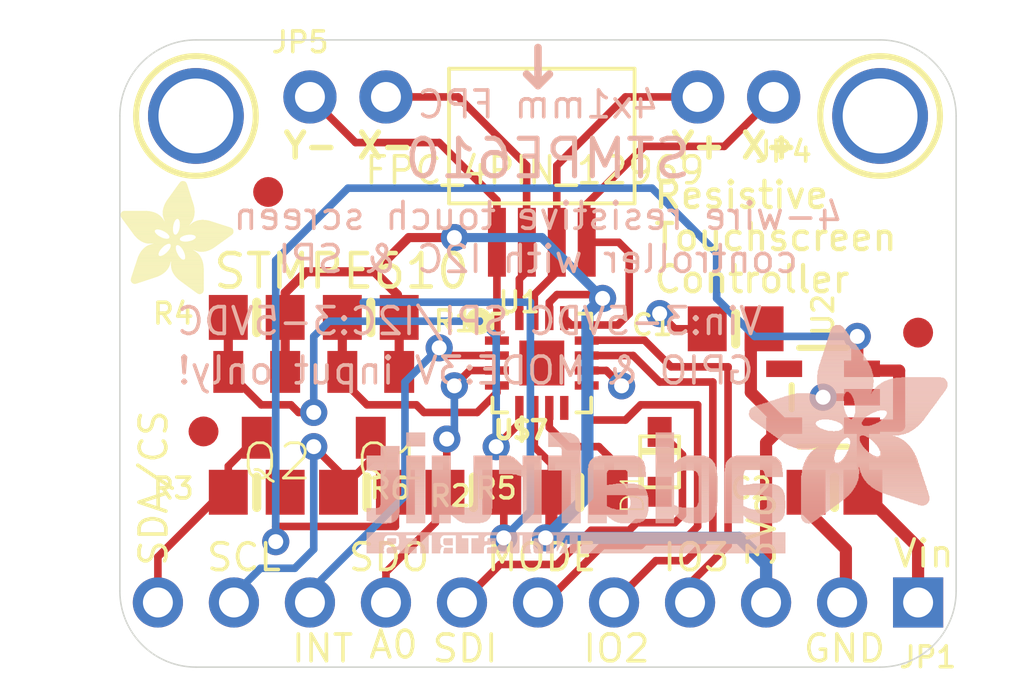
<source format=kicad_pcb>
(kicad_pcb (version 20211014) (generator pcbnew)
  (layers (0 "F.Cu" signal) (31 "B.Cu" signal) (34 "B.Paste" user) (35 "F.Paste" user) (36 "B.SilkS" user "B.Silkscreen") (37 "F.SilkS" user "F.Silkscreen") (38 "B.Mask" user) (39 "F.Mask" user) (44 "Edge.Cuts" user))
  (net 0 "")
  (net 1 "GND")
  (net 2 "A0")
  (net 3 "INT")
  (net 4 "GPIO2")
  (net 5 "GPIO3")
  (net 6 "Y+")
  (net 7 "Y-")
  (net 8 "X+")
  (net 9 "X-")
  (net 10 "SDA_3V")
  (net 11 "SCL_3V")
  (net 12 "SDA_5V")
  (net 13 "SCL_5V")
  (net 14 "+3V3")
  (net 15 "+5V")
  (net 16 "MOSI_3V")
  (net 17 "MOSI_5V")
  (net 18 "MODE")
  (footprint "boardEagle:FPC_CONN_1MM_DUAL_4P" (layer "F.Cu") (at 148.6281 99.9871 180)
    (fp_text reference "U$7" (at 1.686 -7.573) (layer "F.SilkS") (effects (font (size 0.602488 0.602488) (thickness 0.210312)) (justify left)))
    (fp_text value "FPC_4PIN_12969" (at 5.983 1.101) (layer "F.SilkS") (effects (font (size 0.89916 0.89916) (thickness 0.11684)) (justify left)))
    (pad "1" smd rect (at -1.5 -1.3 270) (size 2.3 0.6) (layers "F.Cu" "F.Paste" "F.Mask") (net 8 "X+"))
    (pad "2" smd rect (at -0.5 -1.3 270) (size 2.3 0.6) (layers "F.Cu" "F.Paste" "F.Mask") (net 6 "Y+"))
    (pad "3" smd rect (at 0.5 -1.3 270) (size 2.3 0.6) (layers "F.Cu" "F.Paste" "F.Mask") (net 9 "X-"))
    (pad "4" smd rect (at 1.5 -1.3 270) (size 2.3 0.6) (layers "F.Cu" "F.Paste" "F.Mask") (net 7 "Y-"))
  )
  (footprint "boardEagle:SOT23-5" (layer "F.Cu") (at 158.0261 106.4641 90)
    (fp_text reference "U2" (at 1.978 0 90) (layer "F.SilkS") (effects (font (size 0.692831 0.692831) (thickness 0.119969)) (justify left)))
    (fp_text value "MIC5225-3.3")
    (pad "1" smd rect (at -0.95 1.3001 90) (size 0.55 1.2) (layers "F.Cu" "F.Paste" "F.Mask") (net 15 "+5V"))
    (pad "2" smd rect (at 0 1.3001 90) (size 0.55 1.2) (layers "F.Cu" "F.Paste" "F.Mask") (net 1 "GND"))
    (pad "3" smd rect (at 0.95 1.3001 90) (size 0.55 1.2) (layers "F.Cu" "F.Paste" "F.Mask") (net 15 "+5V"))
    (pad "4" smd rect (at 0.95 -1.3001 90) (size 0.55 1.2) (layers "F.Cu" "F.Paste" "F.Mask"))
    (pad "5" smd rect (at -0.95 -1.3001 90) (size 0.55 1.2) (layers "F.Cu" "F.Paste" "F.Mask") (net 14 "+3V3"))
  )
  (footprint "boardEagle:0805-NO" (layer "F.Cu") (at 155.1051 104.1781 180)
    (fp_text reference "C1" (at 2.032 0.127) (layer "F.SilkS") (effects (font (size 0.692831 0.692831) (thickness 0.119969)) (justify right)))
    (fp_text value "0.1uF")
    (pad "1" smd rect (at -0.95 0 180) (size 1.3 1.5) (layers "F.Cu" "F.Paste" "F.Mask") (net 14 "+3V3"))
    (pad "2" smd rect (at 0.95 0 180) (size 1.3 1.5) (layers "F.Cu" "F.Paste" "F.Mask") (net 1 "GND"))
  )
  (footprint "boardEagle:1X02_ROUND" (layer "F.Cu") (at 155.1051 96.4311 180)
    (fp_text reference "JP4" (at -2.6162 -1.8288) (layer "F.SilkS") (effects (font (size 0.692831 0.692831) (thickness 0.119969)) (justify right)))
    (fp_text value "")
    (pad "1" thru_hole circle (at -1.27 0 270) (size 1.778 1.778) (drill 1) (layers *.Cu *.Mask) (net 8 "X+"))
    (pad "2" thru_hole circle (at 1.27 0 270) (size 1.778 1.778) (drill 1) (layers *.Cu *.Mask) (net 6 "Y+"))
  )
  (footprint "boardEagle:0805-NO" (layer "F.Cu") (at 139.1031 103.7971 180)
    (fp_text reference "R4" (at 2.032 0.127) (layer "F.SilkS") (effects (font (size 0.692831 0.692831) (thickness 0.119969)) (justify right)))
    (fp_text value "10K")
    (pad "1" smd rect (at -0.95 0 180) (size 1.3 1.5) (layers "F.Cu" "F.Paste" "F.Mask") (net 14 "+3V3"))
    (pad "2" smd rect (at 0.95 0 180) (size 1.3 1.5) (layers "F.Cu" "F.Paste" "F.Mask") (net 10 "SDA_3V"))
  )
  (footprint "boardEagle:0805-NO" (layer "F.Cu") (at 142.7861 109.6391)
    (fp_text reference "R2" (at 2.032 0.127) (layer "F.SilkS") (effects (font (size 0.692831 0.692831) (thickness 0.119969)) (justify left)))
    (fp_text value "10K")
    (pad "1" smd rect (at -0.95 0) (size 1.3 1.5) (layers "F.Cu" "F.Paste" "F.Mask") (net 13 "SCL_5V"))
    (pad "2" smd rect (at 0.95 0) (size 1.3 1.5) (layers "F.Cu" "F.Paste" "F.Mask") (net 15 "+5V"))
  )
  (footprint "boardEagle:FIDUCIAL_1MM" (layer "F.Cu") (at 137.3251 107.6071)
    (fp_text reference "FID3" hide)
    (fp_text value "FIDUCIAL\"\"" hide)
    (pad "1" smd roundrect (at 0 0) (size 1 1) (layers "F.Cu" "F.Mask") (roundrect_rratio 0.5))
  )
  (footprint "boardEagle:0805-NO" (layer "F.Cu") (at 146.3421 109.6391 180)
    (fp_text reference "R6" (at 2.032 0.127) (layer "F.SilkS") (effects (font (size 0.692831 0.692831) (thickness 0.119969)) (justify right)))
    (fp_text value "10K")
    (pad "1" smd rect (at -0.95 0 180) (size 1.3 1.5) (layers "F.Cu" "F.Paste" "F.Mask") (net 1 "GND"))
    (pad "2" smd rect (at 0.95 0 180) (size 1.3 1.5) (layers "F.Cu" "F.Paste" "F.Mask") (net 2 "A0"))
  )
  (footprint "boardEagle:MOUNTINGHOLE_2.5_PLATED" (layer "F.Cu") (at 137.0711 97.0661)
    (fp_text reference "U$4" hide)
    (fp_text value "MOUNTINGHOLE2.5" hide)
    (pad "P$1" thru_hole circle (at 0 0) (size 3.2 3.2) (drill 2.5) (layers *.Cu *.Mask))
  )
  (footprint "boardEagle:1X11_ROUND" (layer "F.Cu") (at 148.5011 113.3221 180)
    (fp_text reference "JP1" (at -14.0462 -1.8288) (layer "F.SilkS") (effects (font (size 0.692831 0.692831) (thickness 0.119969)) (justify right)))
    (fp_text value "")
    (pad "1" thru_hole rect (at -12.7 0 270) (size 1.6764 1.6764) (drill 1) (layers *.Cu *.Mask) (net 15 "+5V"))
    (pad "2" thru_hole circle (at -10.16 0 270) (size 1.6764 1.6764) (drill 1) (layers *.Cu *.Mask) (net 1 "GND"))
    (pad "3" thru_hole circle (at -7.62 0 270) (size 1.6764 1.6764) (drill 1) (layers *.Cu *.Mask) (net 14 "+3V3"))
    (pad "4" thru_hole circle (at -5.08 0 270) (size 1.6764 1.6764) (drill 1) (layers *.Cu *.Mask) (net 5 "GPIO3"))
    (pad "5" thru_hole circle (at -2.54 0 270) (size 1.6764 1.6764) (drill 1) (layers *.Cu *.Mask) (net 4 "GPIO2"))
    (pad "6" thru_hole circle (at 0 0 270) (size 1.6764 1.6764) (drill 1) (layers *.Cu *.Mask) (net 18 "MODE"))
    (pad "7" thru_hole circle (at 2.54 0 270) (size 1.6764 1.6764) (drill 1) (layers *.Cu *.Mask) (net 17 "MOSI_5V"))
    (pad "8" thru_hole circle (at 5.08 0 270) (size 1.6764 1.6764) (drill 1) (layers *.Cu *.Mask) (net 2 "A0"))
    (pad "9" thru_hole circle (at 7.62 0 270) (size 1.6764 1.6764) (drill 1) (layers *.Cu *.Mask) (net 3 "INT"))
    (pad "10" thru_hole circle (at 10.16 0 270) (size 1.6764 1.6764) (drill 1) (layers *.Cu *.Mask) (net 13 "SCL_5V"))
    (pad "11" thru_hole circle (at 12.7 0 270) (size 1.6764 1.6764) (drill 1) (layers *.Cu *.Mask) (net 12 "SDA_5V"))
  )
  (footprint "boardEagle:FIDUCIAL_1MM" (layer "F.Cu") (at 161.2011 104.3051)
    (fp_text reference "FID2" hide)
    (fp_text value "FIDUCIAL\"\"" hide)
    (pad "1" smd roundrect (at 0 0) (size 1 1) (layers "F.Cu" "F.Mask") (roundrect_rratio 0.5))
  )
  (footprint "boardEagle:QFN16_3MM" (layer "F.Cu") (at 148.6281 105.3211)
    (fp_text reference "U1" (at -1.524 -2.032) (layer "F.SilkS") (effects (font (size 0.692831 0.692831) (thickness 0.119969)) (justify left)))
    (fp_text value "STMPE610")
    (pad "P$1" smd rect (at -1.5 -0.75) (size 0.8 0.28) (layers "F.Cu" "F.Paste" "F.Mask") (net 7 "Y-"))
    (pad "P$2" smd rect (at -1.5 -0.25) (size 0.8 0.28) (layers "F.Cu" "F.Paste" "F.Mask") (net 3 "INT"))
    (pad "P$3" smd rect (at -1.5 0.25) (size 0.8 0.28) (layers "F.Cu" "F.Paste" "F.Mask") (net 2 "A0"))
    (pad "P$4" smd rect (at -1.5 0.75) (size 0.8 0.28) (layers "F.Cu" "F.Paste" "F.Mask") (net 11 "SCL_3V"))
    (pad "P$5" smd rect (at -0.75 1.5 90) (size 0.8 0.28) (layers "F.Cu" "F.Paste" "F.Mask") (net 10 "SDA_3V"))
    (pad "P$6" smd rect (at -0.25 1.5 90) (size 0.8 0.28) (layers "F.Cu" "F.Paste" "F.Mask") (net 14 "+3V3"))
    (pad "P$7" smd rect (at 0.25 1.5 90) (size 0.8 0.28) (layers "F.Cu" "F.Paste" "F.Mask") (net 16 "MOSI_3V"))
    (pad "P$8" smd rect (at 0.75 1.5 90) (size 0.8 0.28) (layers "F.Cu" "F.Paste" "F.Mask"))
    (pad "P$9" smd rect (at 1.5 0.75 180) (size 0.8 0.28) (layers "F.Cu" "F.Paste" "F.Mask") (net 18 "MODE"))
    (pad "P$10" smd rect (at 1.5 0.25 180) (size 0.8 0.28) (layers "F.Cu" "F.Paste" "F.Mask") (net 1 "GND"))
    (pad "P$11" smd rect (at 1.5 -0.25 180) (size 0.8 0.28) (layers "F.Cu" "F.Paste" "F.Mask") (net 4 "GPIO2"))
    (pad "P$12" smd rect (at 1.5 -0.75 180) (size 0.8 0.28) (layers "F.Cu" "F.Paste" "F.Mask") (net 5 "GPIO3"))
    (pad "P$13" smd rect (at 0.75 -1.5 270) (size 0.8 0.28) (layers "F.Cu" "F.Paste" "F.Mask") (net 8 "X+"))
    (pad "P$14" smd rect (at 0.25 -1.5 270) (size 0.8 0.28) (layers "F.Cu" "F.Paste" "F.Mask") (net 14 "+3V3"))
    (pad "P$15" smd rect (at -0.25 -1.5 270) (size 0.8 0.28) (layers "F.Cu" "F.Paste" "F.Mask") (net 6 "Y+"))
    (pad "P$16" smd rect (at -0.75 -1.5 270) (size 0.8 0.28) (layers "F.Cu" "F.Paste" "F.Mask") (net 9 "X-"))
    (pad "THERMAL" smd rect (at 0 0) (size 1.5 1.5) (layers "F.Cu" "F.Mask"))
  )
  (footprint "boardEagle:SOT23" (layer "F.Cu") (at 142.9131 106.7181 180)
    (fp_text reference "Q1" (at -1.905 -1.905) (layer "F.SilkS") (effects (font (size 1.176528 1.176528) (thickness 0.093472)) (justify right)))
    (fp_text value "BSS138")
    (pad "1" smd rect (at -0.95 1.1 180) (size 1 1.4) (layers "F.Cu" "F.Paste" "F.Mask") (net 14 "+3V3"))
    (pad "2" smd rect (at 0.95 1.1 180) (size 1 1.4) (layers "F.Cu" "F.Paste" "F.Mask") (net 11 "SCL_3V"))
    (pad "3" smd rect (at 0 -1.1 180) (size 1 1.4) (layers "F.Cu" "F.Paste" "F.Mask") (net 13 "SCL_5V"))
  )
  (footprint "boardEagle:ADAFRUIT_3.5MM" (layer "F.Cu") (at 134.5311 103.0351)
    (fp_text reference "U$8" hide)
    (fp_text value "" hide)
  )
  (footprint "boardEagle:SOD-323F" (layer "F.Cu") (at 152.5651 108.6231 90)
    (fp_text reference "D1" (at -1.8 -0.9 90) (layer "F.SilkS") (effects (font (size 0.752978 0.752978) (thickness 0.059822)) (justify left)))
    (fp_text value "1N4148")
    (pad "A" smd rect (at -1 0 90) (size 1 0.8) (layers "F.Cu" "F.Paste" "F.Mask") (net 16 "MOSI_3V"))
    (pad "C" smd rect (at 1 0 90) (size 1 0.8) (layers "F.Cu" "F.Paste" "F.Mask") (net 17 "MOSI_5V"))
  )
  (footprint "boardEagle:1X02_ROUND" (layer "F.Cu") (at 142.1511 96.4311)
    (fp_text reference "JP5" (at -2.6162 -1.8288) (layer "F.SilkS") (effects (font (size 0.692831 0.692831) (thickness 0.119969)) (justify left)))
    (fp_text value "")
    (pad "1" thru_hole circle (at -1.27 0 90) (size 1.778 1.778) (drill 1) (layers *.Cu *.Mask) (net 7 "Y-"))
    (pad "2" thru_hole circle (at 1.27 0 90) (size 1.778 1.778) (drill 1) (layers *.Cu *.Mask) (net 9 "X-"))
  )
  (footprint "boardEagle:0805-NO" (layer "F.Cu") (at 158.4071 109.6391 180)
    (fp_text reference "C2" (at 2.032 0.127) (layer "F.SilkS") (effects (font (size 0.692831 0.692831) (thickness 0.119969)) (justify right)))
    (fp_text value "10uF")
    (pad "1" smd rect (at -0.95 0 180) (size 1.3 1.5) (layers "F.Cu" "F.Paste" "F.Mask") (net 15 "+5V"))
    (pad "2" smd rect (at 0.95 0 180) (size 1.3 1.5) (layers "F.Cu" "F.Paste" "F.Mask") (net 1 "GND"))
  )
  (footprint "boardEagle:FIDUCIAL_1MM" (layer "F.Cu") (at 139.4841 99.6061)
    (fp_text reference "FID1" hide)
    (fp_text value "FIDUCIAL\"\"" hide)
    (pad "1" smd roundrect (at 0 0) (size 1 1) (layers "F.Cu" "F.Mask") (roundrect_rratio 0.5))
  )
  (footprint "boardEagle:0805-NO" (layer "F.Cu") (at 142.9131 103.7971)
    (fp_text reference "R1" (at 2.032 0.127) (layer "F.SilkS") (effects (font (size 0.692831 0.692831) (thickness 0.119969)) (justify left)))
    (fp_text value "10K")
    (pad "1" smd rect (at -0.95 0) (size 1.3 1.5) (layers "F.Cu" "F.Paste" "F.Mask") (net 11 "SCL_3V"))
    (pad "2" smd rect (at 0.95 0) (size 1.3 1.5) (layers "F.Cu" "F.Paste" "F.Mask") (net 14 "+3V3"))
  )
  (footprint "boardEagle:0805-NO" (layer "F.Cu") (at 149.8981 109.6391 180)
    (fp_text reference "R5" (at 2.032 0.127) (layer "F.SilkS") (effects (font (size 0.692831 0.692831) (thickness 0.119969)) (justify right)))
    (fp_text value "10K")
    (pad "1" smd rect (at -0.95 0 180) (size 1.3 1.5) (layers "F.Cu" "F.Paste" "F.Mask") (net 16 "MOSI_3V"))
    (pad "2" smd rect (at 0.95 0 180) (size 1.3 1.5) (layers "F.Cu" "F.Paste" "F.Mask") (net 14 "+3V3"))
  )
  (footprint "boardEagle:MOUNTINGHOLE_2.5_PLATED" (layer "F.Cu") (at 159.9311 97.0661)
    (fp_text reference "U$5" hide)
    (fp_text value "MOUNTINGHOLE2.5" hide)
    (pad "P$1" thru_hole circle (at 0 0) (size 3.2 3.2) (drill 2.5) (layers *.Cu *.Mask))
  )
  (footprint "boardEagle:0805-NO" (layer "F.Cu") (at 139.1031 109.6391 180)
    (fp_text reference "R3" (at 2.032 0.127) (layer "F.SilkS") (effects (font (size 0.692831 0.692831) (thickness 0.119969)) (justify right)))
    (fp_text value "10K")
    (pad "1" smd rect (at -0.95 0 180) (size 1.3 1.5) (layers "F.Cu" "F.Paste" "F.Mask") (net 15 "+5V"))
    (pad "2" smd rect (at 0.95 0 180) (size 1.3 1.5) (layers "F.Cu" "F.Paste" "F.Mask") (net 12 "SDA_5V"))
  )
  (footprint "boardEagle:SOT23" (layer "F.Cu") (at 139.1031 106.7181 180)
    (fp_text reference "Q2" (at -1.905 -1.905) (layer "F.SilkS") (effects (font (size 1.176528 1.176528) (thickness 0.093472)) (justify right)))
    (fp_text value "BSS138")
    (pad "1" smd rect (at -0.95 1.1 180) (size 1 1.4) (layers "F.Cu" "F.Paste" "F.Mask") (net 14 "+3V3"))
    (pad "2" smd rect (at 0.95 1.1 180) (size 1 1.4) (layers "F.Cu" "F.Paste" "F.Mask") (net 10 "SDA_3V"))
    (pad "3" smd rect (at 0 -1.1 180) (size 1 1.4) (layers "F.Cu" "F.Paste" "F.Mask") (net 12 "SDA_5V"))
  )
  (footprint "boardEagle:ADAFRUIT_TEXT_20MM" (layer "B.Cu") (at 162.3441 111.6711 180)
    (fp_text reference "U$6" hide)
    (fp_text value "" hide)
  )
  (gr_line (start 148.5011 94.7801) (end 148.5011 96.0501) (layer "B.SilkS") (width 0.254))
  (gr_line (start 148.5011 96.0501) (end 148.8821 95.6691) (layer "B.SilkS") (width 0.254))
  (gr_line (start 148.5011 96.0501) (end 148.1201 95.6691) (layer "B.SilkS") (width 0.254))
  (gr_arc (start 134.5311 97.0661) (mid 135.275049 95.270049) (end 137.0711 94.5261) (layer "Edge.Cuts") (width 0.05))
  (gr_arc (start 137.0711 115.4811) (mid 135.275049 114.737151) (end 134.5311 112.9411) (layer "Edge.Cuts") (width 0.05))
  (gr_arc (start 162.4711 112.9411) (mid 161.727151 114.737151) (end 159.9311 115.4811) (layer "Edge.Cuts") (width 0.05))
  (gr_line (start 162.4711 97.0661) (end 162.4711 112.9411) (layer "Edge.Cuts") (width 0.05))
  (gr_arc (start 159.9311 94.5261) (mid 161.727151 95.270049) (end 162.4711 97.0661) (layer "Edge.Cuts") (width 0.05))
  (gr_line (start 137.0711 94.5261) (end 159.9311 94.5261) (layer "Edge.Cuts") (width 0.05))
  (gr_line (start 159.9311 115.4811) (end 137.0711 115.4811) (layer "Edge.Cuts") (width 0.05))
  (gr_line (start 134.5311 112.9411) (end 134.5311 97.0661) (layer "Edge.Cuts") (width 0.05))
  (gr_text "4-wire resistive touch screen\ncontroller with I2C & SPI" (at 148.5011 101.1301) (layer "B.SilkS") (effects (font (size 0.89408 0.89408) (thickness 0.12192)) (justify mirror)))
  (gr_text "4x1mm FPC" (at 148.5011 96.6851) (layer "B.SilkS") (effects (font (size 0.89408 0.89408) (thickness 0.12192)) (justify mirror)))
  (gr_text "STMPE610" (at 153.7081 99.2251) (layer "B.SilkS") (effects (font (size 1.251712 1.251712) (thickness 0.170688)) (justify left bottom mirror)))
  (gr_text "Vin:3-5VDC SPI/I2C:3-5VDC" (at 146.2151 103.9241) (layer "B.SilkS") (effects (font (size 0.89408 0.89408) (thickness 0.12192)) (justify mirror)))
  (gr_text "GPIO & MODE:3V input only!" (at 146.0881 105.5751) (layer "B.SilkS") (effects (font (size 0.89408 0.89408) (thickness 0.12192)) (justify mirror)))
  (gr_text "X-" (at 144.4371 97.5741) (layer "F.SilkS") (effects (font (size 0.83312 0.83312) (thickness 0.18288)) (justify right top)))
  (gr_text "3Vo" (at 156.5021 112.1791 90) (layer "F.SilkS") (effects (font (size 0.89408 0.89408) (thickness 0.12192)) (justify left bottom)))
  (gr_text "Vin" (at 162.4711 111.1631) (layer "F.SilkS") (effects (font (size 0.89408 0.89408) (thickness 0.12192)) (justify right top)))
  (gr_text "SDA/CS" (at 136.1821 112.1791 90) (layer "F.SilkS") (effects (font (size 0.89408 0.89408) (thickness 0.12192)) (justify left bottom)))
  (gr_text "Y+" (at 154.8511 97.5741) (layer "F.SilkS") (effects (font (size 0.83312 0.83312) (thickness 0.18288)) (justify right top)))
  (gr_text "SCL" (at 139.9921 111.2901) (layer "F.SilkS") (effects (font (size 0.89408 0.89408) (thickness 0.12192)) (justify right top)))
  (gr_text "GND" (at 160.1851 114.3381) (layer "F.SilkS") (effects (font (size 0.89408 0.89408) (thickness 0.12192)) (justify right top)))
  (gr_text "INT" (at 142.4051 114.3381) (layer "F.SilkS") (effects (font (size 0.89408 0.89408) (thickness 0.12192)) (justify right top)))
  (gr_text "MODE" (at 150.5331 111.2901) (layer "F.SilkS") (effects (font (size 0.89408 0.89408) (thickness 0.12192)) (justify right top)))
  (gr_text "Resistive\nTouchscreen\nController" (at 152.3111 103.0351) (layer "F.SilkS") (effects (font (size 0.87376 0.87376) (thickness 0.14224)) (justify left bottom)))
  (gr_text "X+" (at 157.2641 97.5741) (layer "F.SilkS") (effects (font (size 0.83312 0.83312) (thickness 0.18288)) (justify right top)))
  (gr_text "A0" (at 144.5641 114.2111) (layer "F.SilkS") (effects (font (size 0.89408 0.89408) (thickness 0.12192)) (justify right top)))
  (gr_text "STMPE610" (at 137.5791 102.9081) (layer "F.SilkS") (effects (font (size 1.1176 1.1176) (thickness 0.1524)) (justify left bottom)))
  (gr_text "IO2" (at 152.3111 114.3381) (layer "F.SilkS") (effects (font (size 0.89408 0.89408) (thickness 0.12192)) (justify right top)))
  (gr_text "Y-" (at 141.8971 97.5741) (layer "F.SilkS") (effects (font (size 0.83312 0.83312) (thickness 0.18288)) (justify right top)))
  (gr_text "IO3" (at 154.9781 111.2901) (layer "F.SilkS") (effects (font (size 0.89408 0.89408) (thickness 0.12192)) (justify right top)))
  (gr_text "SDO" (at 144.9451 111.2901) (layer "F.SilkS") (effects (font (size 0.89408 0.89408) (thickness 0.12192)) (justify right top)))
  (gr_text "SDI" (at 147.2311 114.3381) (layer "F.SilkS") (effects (font (size 0.89408 0.89408) (thickness 0.12192)) (justify right top)))
  (segment (start 159.3262 106.4641) (end 158.0261 106.4641) (width 0.254) (layer "F.Cu") (net 1))
  (segment (start 157.4571 110.2131) (end 158.7881 111.5441) (width 0.4064) (layer "F.Cu") (net 1))
  (segment (start 158.7881 111.5441) (end 158.7881 113.3221) (width 0.4064) (layer "F.Cu") (net 1))
  (segment (start 147.2921 109.6391) (end 147.3581 109.5731) (width 0.254) (layer "F.Cu") (net 1))
  (segment (start 150.1281 105.5711) (end 150.7831 105.5711) (width 0.254) (layer "F.Cu") (net 1))
  (segment (start 147.3581 109.5731) (end 147.3581 111.1631) (width 0.254) (layer "F.Cu") (net 1))
  (segment (start 157.4571 109.6391) (end 157.4571 110.2131) (width 0.4064) (layer "F.Cu") (net 1))
  (segment (start 153.0731 104.1781) (end 154.1551 104.1781) (width 0.254) (layer "F.Cu") (net 1))
  (segment (start 158.7881 113.3221) (end 158.6611 113.3221) (width 0.4064) (layer "F.Cu") (net 1))
  (segment (start 150.7831 105.5711) (end 151.2951 106.0831) (width 0.254) (layer "F.Cu") (net 1))
  (segment (start 152.5651 103.6701) (end 153.0731 104.1781) (width 0.254) (layer "F.Cu") (net 1))
  (via (at 152.5651 103.6701) (size 0.9064) (drill 0.5) (layers "F.Cu" "B.Cu") (net 1))
  (via (at 147.3581 111.1631) (size 0.9064) (drill 0.5) (layers "F.Cu" "B.Cu") (net 1))
  (via (at 151.2951 106.0831) (size 0.9064) (drill 0.5) (layers "F.Cu" "B.Cu") (net 1))
  (via (at 158.0261 106.4641) (size 0.9064) (drill 0.5) (layers "F.Cu" "B.Cu") (net 1))
  (segment (start 147.3581 111.1631) (end 148.2471 110.2741) (width 0.254) (layer "B.Cu") (net 1))
  (segment (start 151.4221 106.0831) (end 151.4221 105.9561) (width 0.254) (layer "B.Cu") (net 1))
  (segment (start 148.2471 110.2741) (end 148.2471 103.2891) (width 0.254) (layer "B.Cu") (net 1))
  (segment (start 151.2951 106.0831) (end 151.4221 106.0831) (width 0.254) (layer "B.Cu") (net 1))
  (segment (start 148.2471 103.2891) (end 142.6591 103.2891) (width 0.254) (layer "B.Cu") (net 1))
  (segment (start 147.1281 105.5711) (end 146.2191 105.5711) (width 0.254) (layer "F.Cu") (net 2))
  (segment (start 145.0721 109.9591) (end 145.0721 110.6551) (width 0.254) (layer "F.Cu") (net 2))
  (segment (start 145.4531 107.8611) (end 145.4531 109.5781) (width 0.254) (layer "F.Cu") (net 2))
  (segment (start 143.4211 112.3061) (end 143.4211 113.3221) (width 0.254) (layer "F.Cu") (net 2))
  (segment (start 145.3921 109.6391) (end 145.0721 109.9591) (width 0.254) (layer "F.Cu") (net 2))
  (segment (start 146.2191 105.5711) (end 145.7071 106.0831) (width 0.254) (layer "F.Cu") (net 2))
  (segment (start 145.3921 109.6391) (end 145.4531 109.5781) (width 0.254) (layer "F.Cu") (net 2))
  (segment (start 145.0721 110.6551) (end 143.4211 112.3061) (width 0.254) (layer "F.Cu") (net 2))
  (via (at 145.4531 107.8611) (size 0.9064) (drill 0.5) (layers "F.Cu" "B.Cu") (net 2))
  (via (at 145.7071 106.0831) (size 0.9064) (drill 0.5) (layers "F.Cu" "B.Cu") (net 2))
  (segment (start 145.7071 106.0831) (end 145.7071 107.6071) (width 0.254) (layer "B.Cu") (net 2))
  (segment (start 145.7071 107.6071) (end 145.4531 107.8611) (width 0.254) (layer "B.Cu") (net 2))
  (segment (start 145.1991 104.8131) (end 145.4571 105.0711) (width 0.254) (layer "F.Cu") (net 3))
  (segment (start 145.4571 105.0711) (end 147.1281 105.0711) (width 0.254) (layer "F.Cu") (net 3))
  (via (at 145.1991 104.8131) (size 0.9064) (drill 0.5) (layers "F.Cu" "B.Cu") (net 3))
  (segment (start 145.1991 104.8131) (end 144.0561 105.9561) (width 0.254) (layer "B.Cu") (net 3))
  (segment (start 144.0561 105.9561) (end 144.0561 109.7661) (width 0.254) (layer "B.Cu") (net 3))
  (segment (start 144.0561 109.7661) (end 140.8811 112.9411) (width 0.254) (layer "B.Cu") (net 3))
  (segment (start 140.8811 112.9411) (end 140.8811 113.3221) (width 0.254) (layer "B.Cu") (net 3))
  (segment (start 150.1281 105.0711) (end 151.6801 105.0711) (width 0.254) (layer "F.Cu") (net 4))
  (segment (start 152.5651 105.9561) (end 154.3431 105.9561) (width 0.254) (layer "F.Cu") (net 4))
  (segment (start 154.3431 105.9561) (end 154.3431 111.0361) (width 0.254) (layer "F.Cu") (net 4))
  (segment (start 151.6801 105.0711) (end 152.5651 105.9561) (width 0.254) (layer "F.Cu") (net 4))
  (segment (start 154.3431 111.0361) (end 153.4541 111.9251) (width 0.254) (layer "F.Cu") (net 4))
  (segment (start 152.4381 111.9251) (end 151.0411 113.3221) (width 0.254) (layer "F.Cu") (net 4))
  (segment (start 153.4541 111.9251) (end 152.4381 111.9251) (width 0.254) (layer "F.Cu") (net 4))
  (segment (start 152.0571 104.5591) (end 150.1401 104.5591) (width 0.254) (layer "F.Cu") (net 5))
  (segment (start 150.1401 104.5591) (end 150.1281 104.5711) (width 0.254) (layer "F.Cu") (net 5))
  (segment (start 154.8511 105.4481) (end 152.9461 105.4481) (width 0.254) (layer "F.Cu") (net 5))
  (segment (start 154.8511 105.4481) (end 154.8511 111.4171) (width 0.254) (layer "F.Cu") (net 5))
  (segment (start 154.8511 111.4171) (end 153.5811 112.6871) (width 0.254) (layer "F.Cu") (net 5))
  (segment (start 153.5811 112.6871) (end 153.5811 113.3221) (width 0.254) (layer "F.Cu") (net 5))
  (segment (start 152.9461 105.4481) (end 152.0571 104.5591) (width 0.254) (layer "F.Cu") (net 5))
  (segment (start 149.1281 98.7251) (end 151.4221 96.4311) (width 0.254) (layer "F.Cu") (net 6))
  (segment (start 151.4221 96.4311) (end 153.8351 96.4311) (width 0.254) (layer "F.Cu") (net 6))
  (segment (start 148.3781 103.8211) (end 148.3781 103.0311) (width 0.254) (layer "F.Cu") (net 6))
  (segment (start 148.3781 103.0311) (end 149.1361 102.2731) (width 0.254) (layer "F.Cu") (net 6))
  (segment (start 149.1361 101.2951) (end 149.1281 101.2871) (width 0.254) (layer "F.Cu") (net 6))
  (segment (start 149.1281 98.7251) (end 149.1281 101.2871) (width 0.254) (layer "F.Cu") (net 6))
  (segment (start 149.1361 102.2731) (end 149.1361 101.2951) (width 0.254) (layer "F.Cu") (net 6))
  (segment (start 147.1281 104.5711) (end 147.1281 101.2871) (width 0.254) (layer "F.Cu") (net 7))
  (segment (start 140.8811 96.4311) (end 142.4051 97.9551) (width 0.254) (layer "F.Cu") (net 7))
  (segment (start 145.1991 97.9551) (end 147.1281 99.8841) (width 0.254) (layer "F.Cu") (net 7))
  (segment (start 142.4051 97.9551) (end 145.1991 97.9551) (width 0.254) (layer "F.Cu") (net 7))
  (segment (start 147.1281 99.8841) (end 147.1281 101.2871) (width 0.254) (layer "F.Cu") (net 7))
  (segment (start 149.3781 103.8211) (end 149.6081 104.0511) (width 0.254) (layer "F.Cu") (net 8))
  (segment (start 149.6081 104.0511) (end 151.1681 104.0511) (width 0.254) (layer "F.Cu") (net 8))
  (segment (start 151.5491 101.6381) (end 151.1981 101.2871) (width 0.254) (layer "F.Cu") (net 8))
  (segment (start 154.7241 98.0821) (end 152.0571 98.0821) (width 0.254) (layer "F.Cu") (net 8))
  (segment (start 151.1981 101.2871) (end 150.1281 101.2871) (width 0.254) (layer "F.Cu") (net 8))
  (segment (start 156.3751 96.4311) (end 154.7241 98.0821) (width 0.254) (layer "F.Cu") (net 8))
  (segment (start 151.1681 104.0511) (end 151.5491 103.6701) (width 0.254) (layer "F.Cu") (net 8))
  (segment (start 152.0571 98.0821) (end 150.1281 100.0111) (width 0.254) (layer "F.Cu") (net 8))
  (segment (start 150.1281 100.0111) (end 150.1281 101.2871) (width 0.254) (layer "F.Cu") (net 8))
  (segment (start 151.5491 103.6701) (end 151.5491 101.6381) (width 0.254) (layer "F.Cu") (net 8))
  (segment (start 143.4211 96.4311) (end 145.8341 96.4311) (width 0.254) (layer "F.Cu") (net 9))
  (segment (start 145.8341 96.4311) (end 148.1201 98.7171) (width 0.254) (layer "F.Cu") (net 9))
  (segment (start 148.1201 98.7171) (end 148.1201 101.2791) (width 0.254) (layer "F.Cu") (net 9))
  (segment (start 147.8781 103.8211) (end 147.8781 102.5151) (width 0.254) (layer "F.Cu") (net 9))
  (segment (start 147.8781 102.5151) (end 148.1201 102.2731) (width 0.254) (layer "F.Cu") (net 9))
  (segment (start 148.1201 101.2791) (end 148.1281 101.2871) (width 0.254) (layer "F.Cu") (net 9))
  (segment (start 148.1201 102.2731) (end 148.1201 101.2951) (width 0.254) (layer "F.Cu") (net 9))
  (segment (start 148.1201 101.2951) (end 148.1281 101.2871) (width 0.254) (layer "F.Cu") (net 9))
  (segment (start 138.1531 105.6181) (end 139.2531 106.7181) (width 0.254) (layer "F.Cu") (net 10))
  (segment (start 138.1531 103.7971) (end 138.1531 105.3821) (width 0.3048) (layer "F.Cu") (net 10))
  (segment (start 140.5001 106.9721) (end 141.0081 106.9721) (width 0.254) (layer "F.Cu") (net 10))
  (segment (start 147.1041 108.1151) (end 147.8781 107.3411) (width 0.254) (layer "F.Cu") (net 10))
  (segment (start 139.2531 106.7181) (end 140.2461 106.7181) (width 0.254) (layer "F.Cu") (net 10))
  (segment (start 147.8781 107.3411) (end 147.8781 106.8211) (width 0.254) (layer "F.Cu") (net 10))
  (segment (start 138.1531 105.3821) (end 138.1531 105.6181) (width 0.254) (layer "F.Cu") (net 10))
  (segment (start 140.2461 106.7181) (end 140.5001 106.9721) (width 0.254) (layer "F.Cu") (net 10))
  (via (at 147.1041 108.1151) (size 0.9064) (drill 0.5) (layers "F.Cu" "B.Cu") (net 10))
  (via (at 141.0081 106.9721) (size 0.9064) (drill 0.5) (layers "F.Cu" "B.Cu") (net 10))
  (segment (start 147.1041 104.4321) (end 147.1041 108.1151) (width 0.254) (layer "B.Cu") (net 10))
  (segment (start 141.0081 106.9721) (end 141.0081 104.4321) (width 0.254) (layer "B.Cu") (net 10))
  (segment (start 146.5961 103.9241) (end 147.1041 104.4321) (width 0.254) (layer "B.Cu") (net 10))
  (segment (start 141.0081 104.4321) (end 141.5161 103.9241) (width 0.254) (layer "B.Cu") (net 10))
  (segment (start 141.5161 103.9241) (end 146.5961 103.9241) (width 0.254) (layer "B.Cu") (net 10))
  (segment (start 146.4691 106.9721) (end 147.1281 106.3131) (width 0.254) (layer "F.Cu") (net 11))
  (segment (start 144.6911 106.9721) (end 146.4691 106.9721) (width 0.254) (layer "F.Cu") (net 11))
  (segment (start 141.9631 105.6181) (end 141.9631 103.7971) (width 0.3048) (layer "F.Cu") (net 11))
  (segment (start 144.4371 106.7181) (end 144.6911 106.9721) (width 0.254) (layer "F.Cu") (net 11))
  (segment (start 142.7861 106.7181) (end 144.4371 106.7181) (width 0.254) (layer "F.Cu") (net 11))
  (segment (start 141.9631 105.6181) (end 141.9631 105.8951) (width 0.254) (layer "F.Cu") (net 11))
  (segment (start 147.1281 106.3131) (end 147.1281 106.0711) (width 0.254) (layer "F.Cu") (net 11))
  (segment (start 141.9631 105.8951) (end 142.7861 106.7181) (width 0.254) (layer "F.Cu") (net 11))
  (segment (start 139.1031 107.8181) (end 138.1531 108.7681) (width 0.254) (layer "F.Cu") (net 12))
  (segment (start 138.1531 108.7681) (end 138.1531 109.6391) (width 0.254) (layer "F.Cu") (net 12))
  (segment (start 137.9601 109.6391) (end 135.8011 111.7981) (width 0.254) (layer "F.Cu") (net 12))
  (segment (start 135.8011 111.7981) (end 135.8011 113.3221) (width 0.254) (layer "F.Cu") (net 12))
  (segment (start 138.1531 109.6391) (end 137.9601 109.6391) (width 0.254) (layer "F.Cu") (net 12))
  (segment (start 141.8361 109.6391) (end 142.9131 108.5621) (width 0.254) (layer "F.Cu") (net 13))
  (segment (start 141.8361 108.9431) (end 141.0081 108.1151) (width 0.254) (layer "F.Cu") (net 13))
  (segment (start 142.9131 108.5621) (end 142.9131 107.8181) (width 0.254) (layer "F.Cu") (net 13))
  (segment (start 141.8361 109.6391) (end 141.8361 108.9431) (width 0.254) (layer "F.Cu") (net 13))
  (via (at 141.0081 108.1151) (size 0.9064) (drill 0.5) (layers "F.Cu" "B.Cu") (net 13))
  (segment (start 141.0081 111.5441) (end 140.3731 112.1791) (width 0.254) (layer "B.Cu") (net 13))
  (segment (start 139.2301 112.1791) (end 138.3411 113.0681) (width 0.254) (layer "B.Cu") (net 13))
  (segment (start 141.0081 111.5441) (end 141.0081 108.1151) (width 0.254) (layer "B.Cu") (net 13))
  (segment (start 138.3411 113.0681) (end 138.3411 113.3221) (width 0.254) (layer "B.Cu") (net 13))
  (segment (start 140.3731 112.1791) (end 139.2301 112.1791) (width 0.254) (layer "B.Cu") (net 13))
  (segment (start 143.8021 103.0351) (end 143.8021 103.7361) (width 0.3048) (layer "F.Cu") (net 14))
  (segment (start 156.726 107.4141) (end 155.6131 106.3012) (width 0.4064) (layer "F.Cu") (net 14))
  (segment (start 148.3781 108.1191) (end 148.9481 108.6891) (width 0.254) (layer "F.Cu") (net 14))
  (segment (start 143.8021 103.7361) (end 143.8631 103.7971) (width 0.3048) (layer "F.Cu") (net 14))
  (segment (start 140.0531 103.7971) (end 140.0531 105.6181) (width 0.3048) (layer "F.Cu") (net 14))
  (segment (start 143.0401 102.2731) (end 143.8021 103.0351) (width 0.3048) (layer "F.Cu") (net 14))
  (segment (start 155.6131 104.5591) (end 155.9941 104.1781) (width 0.254) (layer "F.Cu") (net 14))
  (segment (start 156.6951 107.4141) (end 156.726 107.4141) (width 0.254) (layer "F.Cu") (net 14))
  (segment (start 148.3781 106.8211) (end 148.3781 108.1191) (width 0.254) (layer "F.Cu") (net 14))
  (segment (start 150.5331 103.0351) (end 150.6601 103.1621) (width 0.254) (layer "F.Cu") (net 14))
  (segment (start 155.6131 106.3012) (end 155.6131 104.5591) (width 0.4064) (layer "F.Cu") (net 14))
  (segment (start 143.0401 102.2731) (end 144.1831 101.1301) (width 0.3048) (layer "F.Cu") (net 14))
  (segment (start 155.9941 104.1781) (end 156.0551 104.1781) (width 0.254) (layer "F.Cu") (net 14))
  (segment (start 140.0531 103.7971) (end 140.0531 102.9741) (width 0.3048) (layer "F.Cu") (net 14))
  (segment (start 148.9481 109.6391) (end 148.9481 110.9701) (width 0.4064) (layer "F.Cu") (net 14))
  (segment (start 144.1831 101.1301) (end 145.7071 101.1301) (width 0.3048) (layer "F.Cu") (net 14))
  (segment (start 148.8781 103.8211) (end 148.8781 103.2931) (width 0.254) (layer "F.Cu") (net 14))
  (segment (start 140.0531 102.9741) (end 140.7541 102.2731) (width 0.3048) (layer "F.Cu") (net 14))
  (segment (start 149.1361 103.0351) (end 150.5331 103.0351) (width 0.254) (layer "F.Cu") (net 14))
  (segment (start 148.9481 108.6891) (end 148.9481 109.6391) (width 0.254) (layer "F.Cu") (net 14))
  (segment (start 143.8631 105.6181) (end 143.8631 103.7971) (width 0.3048) (layer "F.Cu") (net 14))
  (segment (start 140.7541 102.2731) (end 143.0401 102.2731) (width 0.3048) (layer "F.Cu") (net 14))
  (segment (start 148.8781 103.2931) (end 149.1361 103.0351) (width 0.254) (layer "F.Cu") (net 14))
  (segment (start 156.6951 107.4141) (end 156.1211 107.9881) (width 0.4064) (layer "F.Cu") (net 14))
  (segment (start 148.9481 110.9701) (end 148.7551 111.1631) (width 0.4064) (layer "F.Cu") (net 14))
  (segment (start 156.1211 107.9881) (end 156.1211 113.3221) (width 0.4064) (layer "F.Cu") (net 14))
  (via (at 150.6601 103.1621) (size 0.9064) (drill 0.5) (layers "F.Cu" "B.Cu") (net 14))
  (via (at 148.7551 111.1631) (size 0.9064) (drill 0.5) (layers "F.Cu" "B.Cu") (net 14))
  (via (at 145.7071 101.1301) (size 0.9064) (drill 0.5) (layers "F.Cu" "B.Cu") (net 14))
  (segment (start 156.1211 112.0521) (end 156.1211 113.3221) (width 0.4064) (layer "B.Cu") (net 14))
  (segment (start 150.1521 103.6701) (end 150.6601 103.1621) (width 0.4064) (layer "B.Cu") (net 14))
  (segment (start 148.7551 111.1631) (end 155.2321 111.1631) (width 0.4064) (layer "B.Cu") (net 14))
  (segment (start 150.1521 109.7661) (end 150.1521 103.6701) (width 0.4064) (layer "B.Cu") (net 14))
  (segment (start 155.2321 111.1631) (end 156.1211 112.0521) (width 0.4064) (layer "B.Cu") (net 14))
  (segment (start 148.7551 111.1631) (end 150.1521 109.7661) (width 0.4064) (layer "B.Cu") (net 14))
  (segment (start 145.7071 101.1301) (end 148.6281 101.1301) (width 0.3048) (layer "B.Cu") (net 14))
  (segment (start 148.6281 101.1301) (end 150.6601 103.1621) (width 0.3048) (layer "B.Cu") (net 14))
  (segment (start 159.3571 109.6391) (end 159.3571 107.445) (width 0.4064) (layer "F.Cu") (net 15))
  (segment (start 159.3571 107.445) (end 159.3262 107.4141) (width 0.254) (layer "F.Cu") (net 15))
  (segment (start 161.2011 111.4831) (end 161.2011 113.3221) (width 0.4064) (layer "F.Cu") (net 15))
  (segment (start 160.5661 105.5751) (end 159.3262 105.5751) (width 0.4064) (layer "F.Cu") (net 15))
  (segment (start 159.3262 105.5141) (end 159.1691 105.5141) (width 0.4064) (layer "F.Cu") (net 15))
  (segment (start 159.3262 107.4141) (end 160.5661 107.4141) (width 0.4064) (layer "F.Cu") (net 15))
  (segment (start 160.5661 107.4141) (end 160.5661 105.5751) (width 0.4064) (layer "F.Cu") (net 15))
  (segment (start 143.7361 109.6391) (end 143.7361 110.7821) (width 0.254) (layer "F.Cu") (net 15))
  (segment (start 139.7381 110.7821) (end 139.7381 111.2901) (width 0.254) (layer "F.Cu") (net 15))
  (segment (start 143.7361 110.7821) (end 139.7381 110.7821) (width 0.254) (layer "F.Cu") (net 15))
  (segment (start 159.1691 105.5141) (end 159.1691 104.4321) (width 0.4064) (layer "F.Cu") (net 15))
  (segment (start 159.3571 109.6391) (end 161.2011 111.4831) (width 0.4064) (layer "F.Cu") (net 15))
  (segment (start 139.7381 109.6391) (end 140.0531 109.6391) (width 0.254) (layer "F.Cu") (net 15))
  (segment (start 159.3262 105.5751) (end 159.3262 105.5141) (width 0.4064) (layer "F.Cu") (net 15))
  (segment (start 139.7381 110.7821) (end 139.7381 109.6391) (width 0.254) (layer "F.Cu") (net 15))
  (via (at 139.7381 111.2901) (size 0.9064) (drill 0.5) (layers "F.Cu" "B.Cu") (net 15))
  (via (at 159.1691 104.4321) (size 0.9064) (drill 0.5) (layers "F.Cu" "B.Cu") (net 15))
  (segment (start 142.1511 99.4791) (end 152.3111 99.4791) (width 0.254) (layer "B.Cu") (net 15))
  (segment (start 139.7381 111.2901) (end 139.7381 101.8921) (width 0.254) (layer "B.Cu") (net 15))
  (segment (start 152.3111 99.4791) (end 154.4701 101.6381) (width 0.254) (layer "B.Cu") (net 15))
  (segment (start 142.1511 99.4791) (end 139.7381 101.8921) (width 0.254) (layer "B.Cu") (net 15))
  (segment (start 154.4701 101.6381) (end 154.4701 103.1621) (width 0.254) (layer "B.Cu") (net 15))
  (segment (start 155.7401 104.4321) (end 159.1691 104.4321) (width 0.254) (layer "B.Cu") (net 15))
  (segment (start 154.4701 103.1621) (end 155.7401 104.4321) (width 0.254) (layer "B.Cu") (net 15))
  (segment (start 150.9141 109.6231) (end 150.9141 108.4961) (width 0.254) (layer "F.Cu") (net 16))
  (segment (start 148.8781 107.4761) (end 149.5171 108.1151) (width 0.254) (layer "F.Cu") (net 16))
  (segment (start 150.9141 108.4961) (end 150.8481 108.4301) (width 0.254) (layer "F.Cu") (net 16))
  (segment (start 150.8481 108.4301) (end 150.8481 109.6391) (width 0.254) (layer "F.Cu") (net 16))
  (segment (start 152.5651 109.6231) (end 150.9141 109.6231) (width 0.254) (layer "F.Cu") (net 16))
  (segment (start 148.8781 106.8211) (end 148.8781 107.4761) (width 0.254) (layer "F.Cu") (net 16))
  (segment (start 150.5331 108.1151) (end 150.8481 108.4301) (width 0.254) (layer "F.Cu") (net 16))
  (segment (start 149.5171 108.1151) (end 150.5331 108.1151) (width 0.254) (layer "F.Cu") (net 16))
  (segment (start 153.0731 110.6551) (end 151.8031 110.6551) (width 0.254) (layer "F.Cu") (net 17))
  (segment (start 147.2311 112.0521) (end 145.9611 113.3221) (width 0.254) (layer "F.Cu") (net 17))
  (segment (start 153.3271 108.3851) (end 153.3271 110.4011) (width 0.254) (layer "F.Cu") (net 17))
  (segment (start 150.2791 110.9091) (end 151.5491 110.9091) (width 0.254) (layer "F.Cu") (net 17))
  (segment (start 152.5651 107.6231) (end 153.3271 108.3851) (width 0.254) (layer "F.Cu") (net 17))
  (segment (start 153.3271 110.4011) (end 153.0731 110.6551) (width 0.254) (layer "F.Cu") (net 17))
  (segment (start 149.1361 112.0521) (end 150.2791 110.9091) (width 0.254) (layer "F.Cu") (net 17))
  (segment (start 151.5491 110.9091) (end 151.8031 110.6551) (width 0.254) (layer "F.Cu") (net 17))
  (segment (start 147.2311 112.0521) (end 149.1361 112.0521) (width 0.254) (layer "F.Cu") (net 17))
  (segment (start 153.8351 110.7821) (end 153.8351 106.7181) (width 0.254) (layer "F.Cu") (net 18))
  (segment (start 150.1281 107.2261) (end 150.1281 106.0711) (width 0.254) (layer "F.Cu") (net 18))
  (segment (start 153.8351 106.7181) (end 151.9301 106.7181) (width 0.254) (layer "F.Cu") (net 18))
  (segment (start 153.3271 111.2901) (end 152.0571 111.2901) (width 0.254) (layer "F.Cu") (net 18))
  (segment (start 152.0571 111.2901) (end 151.9301 111.4171) (width 0.254) (layer "F.Cu") (net 18))
  (segment (start 153.8351 110.7821) (end 153.3271 111.2901) (width 0.254) (layer "F.Cu") (net 18))
  (segment (start 148.7551 113.3221) (end 148.5011 113.3221) (width 0.254) (layer "F.Cu") (net 18))
  (segment (start 151.9301 111.4171) (end 150.6601 111.4171) (width 0.254) (layer "F.Cu") (net 18))
  (segment (start 150.6601 111.4171) (end 148.7551 113.3221) (width 0.254) (layer "F.Cu") (net 18))
  (segment (start 151.9301 106.7181) (end 151.4221 107.2261) (width 0.254) (layer "F.Cu") (net 18))
  (segment (start 151.4221 107.2261) (end 150.1281 107.2261) (width 0.254) (layer "F.Cu") (net 18))
)
</source>
